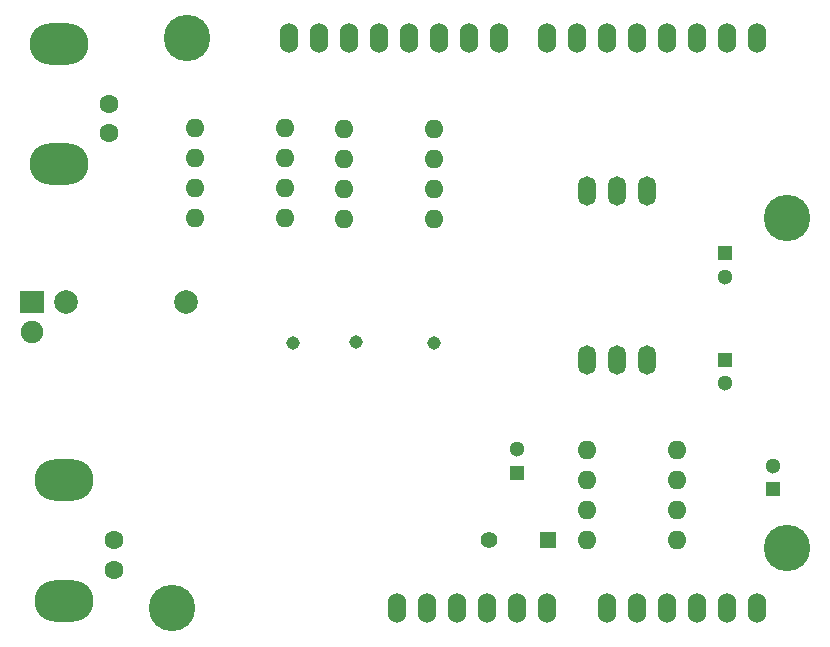
<source format=gbs>
G04 #@! TF.FileFunction,Soldermask,Bot*
%FSLAX46Y46*%
G04 Gerber Fmt 4.6, Leading zero omitted, Abs format (unit mm)*
G04 Created by KiCad (PCBNEW 4.0.2+dfsg1-stable) date Fri 22 Sep 2017 10:08:28 AM EDT*
%MOMM*%
G01*
G04 APERTURE LIST*
%ADD10C,0.100000*%
%ADD11R,1.300000X1.300000*%
%ADD12C,1.300000*%
%ADD13R,1.400000X1.400000*%
%ADD14C,1.400000*%
%ADD15R,2.000000X1.900000*%
%ADD16C,1.900000*%
%ADD17O,5.001260X3.500120*%
%ADD18C,1.600200*%
%ADD19C,1.998980*%
%ADD20O,1.524000X2.540000*%
%ADD21C,3.937000*%
%ADD22O,1.600000X1.600000*%
%ADD23O,1.501140X2.499360*%
%ADD24C,1.143000*%
G04 APERTURE END LIST*
D10*
D11*
X213360000Y-92392500D03*
D12*
X213360000Y-90392500D03*
D11*
X191643000Y-90995500D03*
D12*
X191643000Y-88995500D03*
D13*
X194310000Y-96647000D03*
D14*
X189310000Y-96647000D03*
D11*
X209296000Y-72390000D03*
D12*
X209296000Y-74390000D03*
D11*
X209296000Y-81407000D03*
D12*
X209296000Y-83407000D03*
D15*
X150558500Y-76517500D03*
D16*
X150558500Y-79057500D03*
D17*
X152882600Y-64851280D03*
X152882600Y-54653180D03*
D18*
X157147260Y-59753500D03*
X157147260Y-62252860D03*
D17*
X153263600Y-101808280D03*
X153263600Y-91610180D03*
D18*
X157528260Y-96710500D03*
X157528260Y-99209860D03*
D19*
X153479500Y-76517500D03*
X163639500Y-76517500D03*
D20*
X212001100Y-102463600D03*
X209461100Y-102463600D03*
X206921100Y-102463600D03*
X199301100Y-102463600D03*
X201841100Y-102463600D03*
X204381100Y-102463600D03*
X194221100Y-102463600D03*
X191681100Y-102463600D03*
X189141100Y-102463600D03*
X184061100Y-102463600D03*
X181521100Y-102463600D03*
X212001100Y-54203600D03*
X209461100Y-54203600D03*
X206921100Y-54203600D03*
X204381100Y-54203600D03*
X201841100Y-54203600D03*
X199301100Y-54203600D03*
X196761100Y-54203600D03*
X194221100Y-54203600D03*
X190157100Y-54203600D03*
X187617100Y-54203600D03*
X185077100Y-54203600D03*
X182537100Y-54203600D03*
X179997100Y-54203600D03*
X177457100Y-54203600D03*
X174917100Y-54203600D03*
X172377100Y-54203600D03*
X186601100Y-102463600D03*
D21*
X214541100Y-97383600D03*
X214541100Y-69443600D03*
X163741100Y-54203600D03*
X162471100Y-102463600D03*
D22*
X164401500Y-61785500D03*
X164401500Y-64325500D03*
X164401500Y-66865500D03*
X164401500Y-69405500D03*
X172021500Y-69405500D03*
X172021500Y-66865500D03*
X172021500Y-64325500D03*
X172021500Y-61785500D03*
X205168500Y-96647000D03*
X205168500Y-94107000D03*
X205168500Y-91567000D03*
X205168500Y-89027000D03*
X197548500Y-89027000D03*
X197548500Y-91567000D03*
X197548500Y-94107000D03*
X197548500Y-96647000D03*
X184658000Y-69532500D03*
X184658000Y-66992500D03*
X184658000Y-64452500D03*
X184658000Y-61912500D03*
X177038000Y-61912500D03*
X177038000Y-64452500D03*
X177038000Y-66992500D03*
X177038000Y-69532500D03*
D23*
X200152000Y-67119500D03*
X197612000Y-67119500D03*
X202692000Y-67119500D03*
X200088500Y-81407000D03*
X197548500Y-81407000D03*
X202628500Y-81407000D03*
D24*
X172656500Y-80010000D03*
X178054000Y-79946500D03*
X184658000Y-80010000D03*
M02*

</source>
